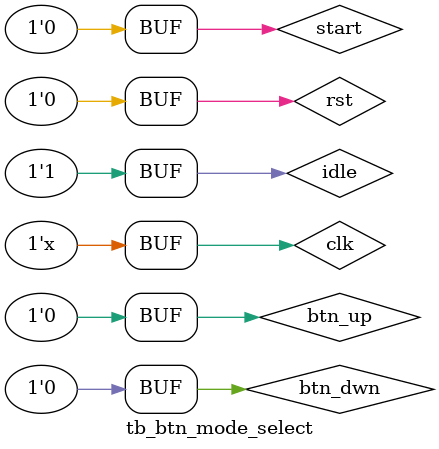
<source format=v>
`timescale 1ns / 1ps


module tb_btn_mode_select(

    );
    
reg clk;
reg rst;
reg start;
reg idle;
reg btn_up;
reg btn_dwn;
wire [1:0] mode;

btn_mode_select GEN(
    .clk(clk),
    .rst(rst),
    .start(start),
    .idle(idle),
    .btn_up(btn_up),
    .btn_dwn(btn_dwn),
    .mode(mode)
    );
    
initial begin
clk = 0;
rst = 1;
start = 0;
idle = 0;
btn_up = 0;
btn_dwn = 0;
end    

always
    #5 clk = ~clk;
    

initial begin
rst = 0;
start = 0;
idle = 1;
#25
btn_up = 1;
#10
btn_up = 0;
#25
btn_up = 1;
#10
btn_up = 0;
#25
btn_up = 1;
#10
btn_up = 0;
#25
btn_dwn = 1;
#10
btn_dwn = 0;
#25
btn_dwn = 1;
#10
btn_dwn = 0;
#25
btn_dwn = 1;
#10
btn_dwn = 0;
#25
btn_dwn = 1;
#10
btn_dwn = 0;
#25
btn_dwn = 1;
#10
btn_dwn = 0;
#10
start = 0;
idle = 1;
#25
btn_up = 1;
#10
btn_up = 0;
#25
btn_up = 1;
#10
btn_up = 0;
#25
btn_up = 1;
#10
btn_up = 0;
#25
btn_dwn = 1;
#10
btn_dwn = 0;
#25
btn_dwn = 1;
#10
btn_dwn = 0;
#25
btn_dwn = 1;
#10
btn_dwn = 0;
#25
btn_dwn = 1;
#10
btn_dwn = 0;
#25
btn_dwn = 1;
#10
btn_dwn = 0;
#25
btn_up = 1;
btn_dwn = 1;
#10
btn_up = 0;
btn_dwn = 0;
end

endmodule


</source>
